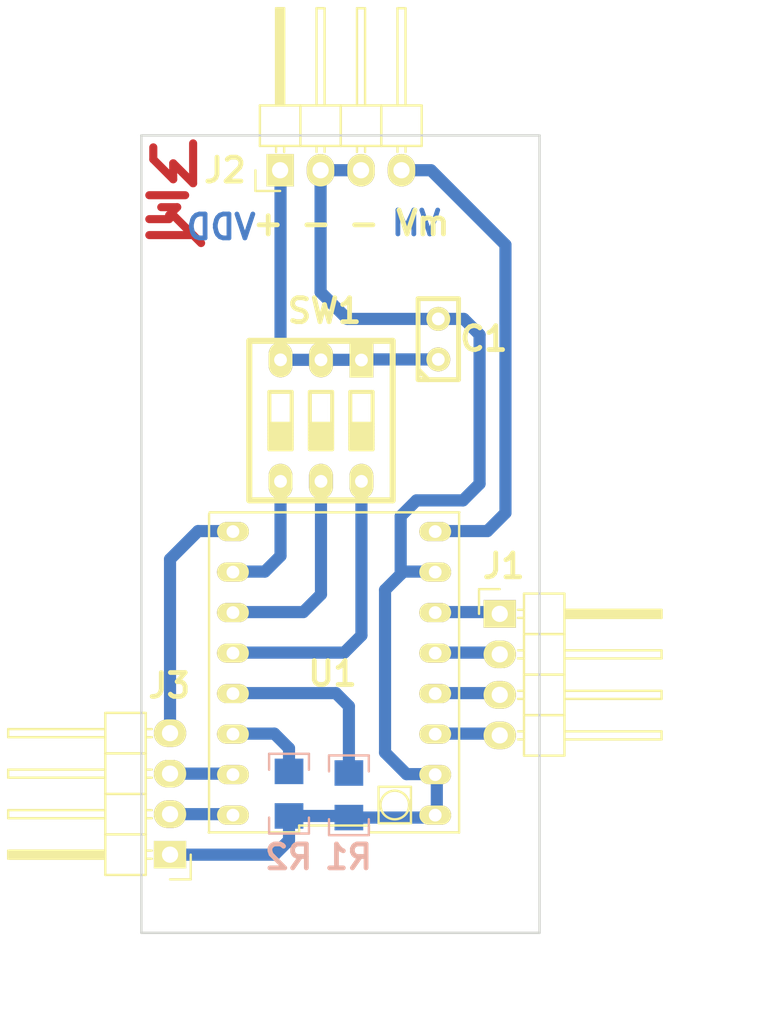
<source format=kicad_pcb>
(kicad_pcb (version 4) (host pcbnew 4.0.1-stable)

  (general
    (links 25)
    (no_connects 16)
    (area 114.924999 94.924999 140.075001 145.075001)
    (thickness 1.6)
    (drawings 9)
    (tracks 125)
    (zones 0)
    (modules 8)
    (nets 16)
  )

  (page A4)
  (layers
    (0 F.Cu signal)
    (31 B.Cu signal)
    (32 B.Adhes user)
    (33 F.Adhes user)
    (34 B.Paste user)
    (35 F.Paste user)
    (36 B.SilkS user)
    (37 F.SilkS user)
    (38 B.Mask user)
    (39 F.Mask user)
    (40 Dwgs.User user)
    (41 Cmts.User user)
    (42 Eco1.User user)
    (43 Eco2.User user)
    (44 Edge.Cuts user)
    (45 Margin user)
    (46 B.CrtYd user)
    (47 F.CrtYd user)
    (48 B.Fab user)
    (49 F.Fab user)
  )

  (setup
    (last_trace_width 0.508)
    (user_trace_width 0.381)
    (user_trace_width 0.508)
    (user_trace_width 0.635)
    (user_trace_width 0.762)
    (user_trace_width 1.016)
    (user_trace_width 1.524)
    (user_trace_width 2.032)
    (user_trace_width 2.54)
    (trace_clearance 0.508)
    (zone_clearance 0.508)
    (zone_45_only no)
    (trace_min 0.381)
    (segment_width 0.2)
    (edge_width 0.15)
    (via_size 0.6)
    (via_drill 0.4)
    (via_min_size 0.4)
    (via_min_drill 0.3)
    (uvia_size 0.3)
    (uvia_drill 0.1)
    (uvias_allowed no)
    (uvia_min_size 0.2)
    (uvia_min_drill 0.1)
    (pcb_text_width 0.3)
    (pcb_text_size 1.5 1.5)
    (mod_edge_width 0.15)
    (mod_text_size 1 1)
    (mod_text_width 0.15)
    (pad_size 1.524 1.524)
    (pad_drill 0.762)
    (pad_to_mask_clearance 0.2)
    (aux_axis_origin 0 0)
    (grid_origin 115 95)
    (visible_elements 7FFFFFFF)
    (pcbplotparams
      (layerselection 0x00000_80000000)
      (usegerberextensions false)
      (excludeedgelayer false)
      (linewidth 0.100000)
      (plotframeref false)
      (viasonmask false)
      (mode 1)
      (useauxorigin false)
      (hpglpennumber 1)
      (hpglpenspeed 20)
      (hpglpendiameter 15)
      (hpglpenoverlay 2)
      (psnegative false)
      (psa4output false)
      (plotreference true)
      (plotvalue true)
      (plotinvisibletext false)
      (padsonsilk false)
      (subtractmaskfromsilk false)
      (outputformat 5)
      (mirror false)
      (drillshape 1)
      (scaleselection 1)
      (outputdirectory ../../../../Desktop/))
  )

  (net 0 "")
  (net 1 /GND)
  (net 2 /VMOT)
  (net 3 /5V)
  (net 4 "Net-(J1-Pad1)")
  (net 5 "Net-(J1-Pad2)")
  (net 6 "Net-(J1-Pad3)")
  (net 7 "Net-(J1-Pad4)")
  (net 8 "Net-(J3-Pad2)")
  (net 9 "Net-(J3-Pad3)")
  (net 10 "Net-(J3-Pad4)")
  (net 11 "Net-(R1-Pad2)")
  (net 12 "Net-(R2-Pad2)")
  (net 13 "Net-(SW1-Pad4)")
  (net 14 "Net-(SW1-Pad5)")
  (net 15 "Net-(SW1-Pad6)")

  (net_class Default "Esta es la clase de red por defecto."
    (clearance 0.508)
    (trace_width 0.508)
    (via_dia 0.6)
    (via_drill 0.4)
    (uvia_dia 0.3)
    (uvia_drill 0.1)
    (add_net /5V)
    (add_net /GND)
    (add_net /VMOT)
    (add_net "Net-(J1-Pad1)")
    (add_net "Net-(J1-Pad2)")
    (add_net "Net-(J1-Pad3)")
    (add_net "Net-(J1-Pad4)")
    (add_net "Net-(J3-Pad2)")
    (add_net "Net-(J3-Pad3)")
    (add_net "Net-(J3-Pad4)")
    (add_net "Net-(R1-Pad2)")
    (add_net "Net-(R2-Pad2)")
    (add_net "Net-(SW1-Pad4)")
    (add_net "Net-(SW1-Pad5)")
    (add_net "Net-(SW1-Pad6)")
  )

  (module EESTN5:R_1206 (layer B.Cu) (tedit 5AB7903A) (tstamp 591101B8)
    (at 128.0302 136.3766 270)
    (descr "SMT resistor, 1206")
    (path /58FBA6F9)
    (fp_text reference R1 (at 3.8734 0.0302 360) (layer B.SilkS)
      (effects (font (size 1.5 1.5) (thickness 0.3)) (justify mirror))
    )
    (fp_text value 1K (at 0 -1.27 270) (layer B.SilkS) hide
      (effects (font (size 0.50038 0.50038) (thickness 0.11938)) (justify mirror))
    )
    (fp_line (start 1.5 1.25) (end 2.5 1.25) (layer B.SilkS) (width 0.15))
    (fp_line (start 1.5 -1.25) (end 2.5 -1.25) (layer B.SilkS) (width 0.15))
    (fp_line (start 2.5 -1.25) (end 2.5 1.25) (layer B.SilkS) (width 0.15))
    (fp_line (start -2.5 1.25) (end -2.5 -1.25) (layer B.SilkS) (width 0.15))
    (fp_line (start -2.5 -1.25) (end -1.5 -1.25) (layer B.SilkS) (width 0.15))
    (fp_line (start -1.5 1.25) (end -2.5 1.25) (layer B.SilkS) (width 0.15))
    (pad 1 smd rect (at 1.397 0 270) (size 1.6002 1.8034) (layers B.Cu B.Paste B.Mask)
      (net 1 /GND))
    (pad 2 smd rect (at -1.397 0 270) (size 1.6002 1.8034) (layers B.Cu B.Paste B.Mask)
      (net 11 "Net-(R1-Pad2)"))
    (model R_1206.wrl
      (at (xyz 0 0 0))
      (scale (xyz 1 1 1))
      (rotate (xyz 0 0 0))
    )
  )

  (module EESTN5:Dip_SW_3-300 (layer F.Cu) (tedit 5AB79011) (tstamp 591101C8)
    (at 126.2776 112.8816 180)
    (descr "Dip switch, DIL6 x 0,3\"")
    (tags DIP)
    (path /58FBA98A)
    (fp_text reference SW1 (at -0.2224 6.8816 180) (layer F.SilkS)
      (effects (font (size 1.5 1.5) (thickness 0.3)))
    )
    (fp_text value MICROPASOS (at 0 6.604 180) (layer F.SilkS) hide
      (effects (font (size 1.524 1.4986) (thickness 0.29718)))
    )
    (fp_line (start 4.50088 5.00126) (end -4.50088 5.00126) (layer F.SilkS) (width 0.381))
    (fp_line (start -4.50088 -5.00126) (end 4.50088 -5.00126) (layer F.SilkS) (width 0.381))
    (fp_line (start -1.83896 -1.80086) (end -3.24104 -1.80086) (layer F.SilkS) (width 0.254))
    (fp_line (start -1.83896 1.80086) (end -1.83896 -1.80086) (layer F.SilkS) (width 0.254))
    (fp_line (start -3.24104 1.80086) (end -1.83896 1.80086) (layer F.SilkS) (width 0.254))
    (fp_line (start -3.24104 -1.80086) (end -3.24104 1.80086) (layer F.SilkS) (width 0.254))
    (fp_line (start -3.24104 -0.20066) (end -1.83896 -0.20066) (layer F.SilkS) (width 0.254))
    (fp_line (start -3.24104 -0.40132) (end -1.83896 -0.40132) (layer F.SilkS) (width 0.254))
    (fp_line (start -3.24104 -0.8001) (end -1.83896 -0.8001) (layer F.SilkS) (width 0.254))
    (fp_line (start -3.24104 -0.59944) (end -1.83896 -0.59944) (layer F.SilkS) (width 0.254))
    (fp_line (start -3.24104 -1.39954) (end -1.83896 -1.39954) (layer F.SilkS) (width 0.254))
    (fp_line (start -3.24104 -1.6002) (end -1.83896 -1.6002) (layer F.SilkS) (width 0.254))
    (fp_line (start -3.24104 -1.20142) (end -1.83896 -1.20142) (layer F.SilkS) (width 0.254))
    (fp_line (start -3.24104 -1.00076) (end -1.83896 -1.00076) (layer F.SilkS) (width 0.254))
    (fp_line (start 0.70104 -1.80086) (end -0.70104 -1.80086) (layer F.SilkS) (width 0.254))
    (fp_line (start 0.70104 1.80086) (end 0.70104 -1.80086) (layer F.SilkS) (width 0.254))
    (fp_line (start -0.70104 1.80086) (end 0.70104 1.80086) (layer F.SilkS) (width 0.254))
    (fp_line (start -0.70104 -1.80086) (end -0.70104 1.80086) (layer F.SilkS) (width 0.254))
    (fp_line (start -0.70104 -0.20066) (end 0.70104 -0.20066) (layer F.SilkS) (width 0.254))
    (fp_line (start -0.70104 -0.40132) (end 0.70104 -0.40132) (layer F.SilkS) (width 0.254))
    (fp_line (start -0.70104 -0.8001) (end 0.70104 -0.8001) (layer F.SilkS) (width 0.254))
    (fp_line (start -0.70104 -0.59944) (end 0.70104 -0.59944) (layer F.SilkS) (width 0.254))
    (fp_line (start -0.70104 -1.39954) (end 0.70104 -1.39954) (layer F.SilkS) (width 0.254))
    (fp_line (start -0.70104 -1.6002) (end 0.70104 -1.6002) (layer F.SilkS) (width 0.254))
    (fp_line (start -0.70104 -1.20142) (end 0.70104 -1.20142) (layer F.SilkS) (width 0.254))
    (fp_line (start -0.70104 -1.00076) (end 0.70104 -1.00076) (layer F.SilkS) (width 0.254))
    (fp_line (start 1.83896 -1.00076) (end 3.24104 -1.00076) (layer F.SilkS) (width 0.254))
    (fp_line (start 1.83896 -1.20142) (end 3.24104 -1.20142) (layer F.SilkS) (width 0.254))
    (fp_line (start 1.83896 -1.6002) (end 3.24104 -1.6002) (layer F.SilkS) (width 0.254))
    (fp_line (start 1.83896 -1.39954) (end 3.24104 -1.39954) (layer F.SilkS) (width 0.254))
    (fp_line (start 1.83896 -0.59944) (end 3.24104 -0.59944) (layer F.SilkS) (width 0.254))
    (fp_line (start 1.83896 -0.8001) (end 3.24104 -0.8001) (layer F.SilkS) (width 0.254))
    (fp_line (start 1.83896 -0.40132) (end 3.24104 -0.40132) (layer F.SilkS) (width 0.254))
    (fp_line (start 1.83896 -0.20066) (end 3.24104 -0.20066) (layer F.SilkS) (width 0.254))
    (fp_line (start 1.83896 -1.80086) (end 1.83896 1.80086) (layer F.SilkS) (width 0.254))
    (fp_line (start 1.83896 1.80086) (end 3.24104 1.80086) (layer F.SilkS) (width 0.254))
    (fp_line (start 3.24104 1.80086) (end 3.24104 -1.80086) (layer F.SilkS) (width 0.254))
    (fp_line (start 3.24104 -1.80086) (end 1.83896 -1.80086) (layer F.SilkS) (width 0.254))
    (fp_line (start 4.50088 -4.99872) (end 4.50088 5.00126) (layer F.SilkS) (width 0.381))
    (fp_line (start -4.50088 5.00126) (end -4.50088 -5.00126) (layer F.SilkS) (width 0.381))
    (pad 1 thru_hole rect (at -2.54 3.7973 180) (size 1.4986 2.1971) (drill 0.8001) (layers *.Cu *.Mask F.SilkS)
      (net 3 /5V))
    (pad 2 thru_hole oval (at 0 3.81 180) (size 1.4986 2.1971) (drill 0.8001) (layers *.Cu *.Mask F.SilkS)
      (net 3 /5V))
    (pad 3 thru_hole oval (at 2.54 3.81 180) (size 1.4986 2.1971) (drill 0.8001) (layers *.Cu *.Mask F.SilkS)
      (net 3 /5V))
    (pad 4 thru_hole oval (at 2.54 -3.81 180) (size 1.4986 2.1971) (drill 0.8001) (layers *.Cu *.Mask F.SilkS)
      (net 13 "Net-(SW1-Pad4)"))
    (pad 5 thru_hole oval (at 0 -3.81 180) (size 1.4986 2.1971) (drill 0.8001) (layers *.Cu *.Mask F.SilkS)
      (net 14 "Net-(SW1-Pad5)"))
    (pad 6 thru_hole oval (at -2.54 -3.81 180) (size 1.4986 2.1971) (drill 0.8001) (layers *.Cu *.Mask F.SilkS)
      (net 15 "Net-(SW1-Pad6)"))
    (model Dip_3-300.wrl
      (at (xyz 0 0 0))
      (scale (xyz 1 1 1))
      (rotate (xyz 0 0 0))
    )
  )

  (module EESTN5:CAP_0.1 (layer F.Cu) (tedit 5AB79008) (tstamp 5911019A)
    (at 133.6436 107.7762 90)
    (descr "Small ceramic capacitor")
    (tags C)
    (path /58FBADC2)
    (fp_text reference C1 (at 0.0262 2.8564 180) (layer F.SilkS)
      (effects (font (size 1.5 1.5) (thickness 0.3)))
    )
    (fp_text value 10uF (at 0 -2.286 90) (layer F.SilkS) hide
      (effects (font (size 1.016 1.016) (thickness 0.2032)))
    )
    (fp_line (start -2.4892 -1.27) (end 2.54 -1.27) (layer F.SilkS) (width 0.3048))
    (fp_line (start 2.54 -1.27) (end 2.54 1.27) (layer F.SilkS) (width 0.3048))
    (fp_line (start 2.54 1.27) (end -2.54 1.27) (layer F.SilkS) (width 0.3048))
    (fp_line (start -2.54 1.27) (end -2.54 -1.27) (layer F.SilkS) (width 0.3048))
    (fp_line (start -2.54 -0.635) (end -1.905 -1.27) (layer F.SilkS) (width 0.3048))
    (pad 1 thru_hole circle (at -1.27 0 90) (size 1.50114 1.50114) (drill 0.8001) (layers *.Cu *.Mask F.SilkS)
      (net 3 /5V))
    (pad 2 thru_hole circle (at 1.27 0 90) (size 1.50114 1.50114) (drill 0.8001) (layers *.Cu *.Mask F.SilkS)
      (net 1 /GND))
    (model CAP_0.1.wrl
      (at (xyz 0 0 0))
      (scale (xyz 1 1 1))
      (rotate (xyz 0 0 0))
    )
  )

  (module EESTN5:HEADER-4H (layer F.Cu) (tedit 5AB7901D) (tstamp 591101A2)
    (at 137.5 125)
    (descr "Through hole pin header horizontal")
    (tags "pin header HEADER-4H")
    (path /58FBAB4B)
    (fp_text reference J1 (at 0.25 -3) (layer F.SilkS)
      (effects (font (size 1.5 1.5) (thickness 0.3)))
    )
    (fp_text value "Salida Motor" (at 1.5 3.75 90) (layer F.Fab)
      (effects (font (size 1 1) (thickness 0.15)))
    )
    (fp_line (start -1.5 -1.75) (end -1.5 9.4) (layer F.CrtYd) (width 0.05))
    (fp_line (start 10.65 -1.75) (end 10.65 9.4) (layer F.CrtYd) (width 0.05))
    (fp_line (start -1.5 -1.75) (end 10.65 -1.75) (layer F.CrtYd) (width 0.05))
    (fp_line (start -1.5 9.4) (end 10.65 9.4) (layer F.CrtYd) (width 0.05))
    (fp_line (start -1.3 -1.55) (end -1.3 0) (layer F.SilkS) (width 0.15))
    (fp_line (start 0 -1.55) (end -1.3 -1.55) (layer F.SilkS) (width 0.15))
    (fp_line (start 4.191 -0.127) (end 10.033 -0.127) (layer F.SilkS) (width 0.15))
    (fp_line (start 10.033 -0.127) (end 10.033 0.127) (layer F.SilkS) (width 0.15))
    (fp_line (start 10.033 0.127) (end 4.191 0.127) (layer F.SilkS) (width 0.15))
    (fp_line (start 4.191 0.127) (end 4.191 0) (layer F.SilkS) (width 0.15))
    (fp_line (start 4.191 0) (end 10.033 0) (layer F.SilkS) (width 0.15))
    (fp_line (start 1.524 -0.254) (end 1.143 -0.254) (layer F.SilkS) (width 0.15))
    (fp_line (start 1.524 0.254) (end 1.143 0.254) (layer F.SilkS) (width 0.15))
    (fp_line (start 1.524 2.286) (end 1.143 2.286) (layer F.SilkS) (width 0.15))
    (fp_line (start 1.524 2.794) (end 1.143 2.794) (layer F.SilkS) (width 0.15))
    (fp_line (start 1.524 4.826) (end 1.143 4.826) (layer F.SilkS) (width 0.15))
    (fp_line (start 1.524 5.334) (end 1.143 5.334) (layer F.SilkS) (width 0.15))
    (fp_line (start 1.524 7.874) (end 1.143 7.874) (layer F.SilkS) (width 0.15))
    (fp_line (start 1.524 7.366) (end 1.143 7.366) (layer F.SilkS) (width 0.15))
    (fp_line (start 1.524 -1.27) (end 4.064 -1.27) (layer F.SilkS) (width 0.15))
    (fp_line (start 1.524 1.27) (end 4.064 1.27) (layer F.SilkS) (width 0.15))
    (fp_line (start 1.524 1.27) (end 1.524 3.81) (layer F.SilkS) (width 0.15))
    (fp_line (start 1.524 3.81) (end 4.064 3.81) (layer F.SilkS) (width 0.15))
    (fp_line (start 4.064 2.286) (end 10.16 2.286) (layer F.SilkS) (width 0.15))
    (fp_line (start 10.16 2.286) (end 10.16 2.794) (layer F.SilkS) (width 0.15))
    (fp_line (start 10.16 2.794) (end 4.064 2.794) (layer F.SilkS) (width 0.15))
    (fp_line (start 4.064 3.81) (end 4.064 1.27) (layer F.SilkS) (width 0.15))
    (fp_line (start 4.064 1.27) (end 4.064 -1.27) (layer F.SilkS) (width 0.15))
    (fp_line (start 10.16 0.254) (end 4.064 0.254) (layer F.SilkS) (width 0.15))
    (fp_line (start 10.16 -0.254) (end 10.16 0.254) (layer F.SilkS) (width 0.15))
    (fp_line (start 4.064 -0.254) (end 10.16 -0.254) (layer F.SilkS) (width 0.15))
    (fp_line (start 1.524 1.27) (end 4.064 1.27) (layer F.SilkS) (width 0.15))
    (fp_line (start 1.524 -1.27) (end 1.524 1.27) (layer F.SilkS) (width 0.15))
    (fp_line (start 1.524 6.35) (end 4.064 6.35) (layer F.SilkS) (width 0.15))
    (fp_line (start 1.524 6.35) (end 1.524 8.89) (layer F.SilkS) (width 0.15))
    (fp_line (start 1.524 8.89) (end 4.064 8.89) (layer F.SilkS) (width 0.15))
    (fp_line (start 4.064 7.366) (end 10.16 7.366) (layer F.SilkS) (width 0.15))
    (fp_line (start 10.16 7.366) (end 10.16 7.874) (layer F.SilkS) (width 0.15))
    (fp_line (start 10.16 7.874) (end 4.064 7.874) (layer F.SilkS) (width 0.15))
    (fp_line (start 4.064 8.89) (end 4.064 6.35) (layer F.SilkS) (width 0.15))
    (fp_line (start 4.064 6.35) (end 4.064 3.81) (layer F.SilkS) (width 0.15))
    (fp_line (start 10.16 5.334) (end 4.064 5.334) (layer F.SilkS) (width 0.15))
    (fp_line (start 10.16 4.826) (end 10.16 5.334) (layer F.SilkS) (width 0.15))
    (fp_line (start 4.064 4.826) (end 10.16 4.826) (layer F.SilkS) (width 0.15))
    (fp_line (start 1.524 6.35) (end 4.064 6.35) (layer F.SilkS) (width 0.15))
    (fp_line (start 1.524 3.81) (end 1.524 6.35) (layer F.SilkS) (width 0.15))
    (fp_line (start 1.524 3.81) (end 4.064 3.81) (layer F.SilkS) (width 0.15))
    (pad 1 thru_hole rect (at 0 0) (size 2.032 1.7272) (drill 1.016) (layers *.Cu *.Mask F.SilkS)
      (net 4 "Net-(J1-Pad1)"))
    (pad 2 thru_hole oval (at 0 2.54) (size 2.032 1.7272) (drill 1.016) (layers *.Cu *.Mask F.SilkS)
      (net 5 "Net-(J1-Pad2)"))
    (pad 3 thru_hole oval (at 0 5.08) (size 2.032 1.7272) (drill 1.016) (layers *.Cu *.Mask F.SilkS)
      (net 6 "Net-(J1-Pad3)"))
    (pad 4 thru_hole oval (at 0 7.62) (size 2.032 1.7272) (drill 1.016) (layers *.Cu *.Mask F.SilkS)
      (net 7 "Net-(J1-Pad4)"))
    (model Pin_Header_Angled_1x04.wrl
      (at (xyz 0 -0.15 0))
      (scale (xyz 1 1 1))
      (rotate (xyz 0 0 90))
    )
  )

  (module EESTN5:HEADER-4H (layer F.Cu) (tedit 5AB7A96E) (tstamp 591101AA)
    (at 123.7122 97.1844 90)
    (descr "Through hole pin header horizontal")
    (tags "pin header HEADER-4H")
    (path /58FBAC3C)
    (fp_text reference J2 (at 0 -3.4622 180) (layer F.SilkS)
      (effects (font (size 1.5 1.5) (thickness 0.3)))
    )
    (fp_text value ALIMENTACIÓN (at -5.0656 4.0378 180) (layer F.Fab)
      (effects (font (size 1 1) (thickness 0.15)))
    )
    (fp_line (start -1.5 -1.75) (end -1.5 9.4) (layer F.CrtYd) (width 0.05))
    (fp_line (start 10.65 -1.75) (end 10.65 9.4) (layer F.CrtYd) (width 0.05))
    (fp_line (start -1.5 -1.75) (end 10.65 -1.75) (layer F.CrtYd) (width 0.05))
    (fp_line (start -1.5 9.4) (end 10.65 9.4) (layer F.CrtYd) (width 0.05))
    (fp_line (start -1.3 -1.55) (end -1.3 0) (layer F.SilkS) (width 0.15))
    (fp_line (start 0 -1.55) (end -1.3 -1.55) (layer F.SilkS) (width 0.15))
    (fp_line (start 4.191 -0.127) (end 10.033 -0.127) (layer F.SilkS) (width 0.15))
    (fp_line (start 10.033 -0.127) (end 10.033 0.127) (layer F.SilkS) (width 0.15))
    (fp_line (start 10.033 0.127) (end 4.191 0.127) (layer F.SilkS) (width 0.15))
    (fp_line (start 4.191 0.127) (end 4.191 0) (layer F.SilkS) (width 0.15))
    (fp_line (start 4.191 0) (end 10.033 0) (layer F.SilkS) (width 0.15))
    (fp_line (start 1.524 -0.254) (end 1.143 -0.254) (layer F.SilkS) (width 0.15))
    (fp_line (start 1.524 0.254) (end 1.143 0.254) (layer F.SilkS) (width 0.15))
    (fp_line (start 1.524 2.286) (end 1.143 2.286) (layer F.SilkS) (width 0.15))
    (fp_line (start 1.524 2.794) (end 1.143 2.794) (layer F.SilkS) (width 0.15))
    (fp_line (start 1.524 4.826) (end 1.143 4.826) (layer F.SilkS) (width 0.15))
    (fp_line (start 1.524 5.334) (end 1.143 5.334) (layer F.SilkS) (width 0.15))
    (fp_line (start 1.524 7.874) (end 1.143 7.874) (layer F.SilkS) (width 0.15))
    (fp_line (start 1.524 7.366) (end 1.143 7.366) (layer F.SilkS) (width 0.15))
    (fp_line (start 1.524 -1.27) (end 4.064 -1.27) (layer F.SilkS) (width 0.15))
    (fp_line (start 1.524 1.27) (end 4.064 1.27) (layer F.SilkS) (width 0.15))
    (fp_line (start 1.524 1.27) (end 1.524 3.81) (layer F.SilkS) (width 0.15))
    (fp_line (start 1.524 3.81) (end 4.064 3.81) (layer F.SilkS) (width 0.15))
    (fp_line (start 4.064 2.286) (end 10.16 2.286) (layer F.SilkS) (width 0.15))
    (fp_line (start 10.16 2.286) (end 10.16 2.794) (layer F.SilkS) (width 0.15))
    (fp_line (start 10.16 2.794) (end 4.064 2.794) (layer F.SilkS) (width 0.15))
    (fp_line (start 4.064 3.81) (end 4.064 1.27) (layer F.SilkS) (width 0.15))
    (fp_line (start 4.064 1.27) (end 4.064 -1.27) (layer F.SilkS) (width 0.15))
    (fp_line (start 10.16 0.254) (end 4.064 0.254) (layer F.SilkS) (width 0.15))
    (fp_line (start 10.16 -0.254) (end 10.16 0.254) (layer F.SilkS) (width 0.15))
    (fp_line (start 4.064 -0.254) (end 10.16 -0.254) (layer F.SilkS) (width 0.15))
    (fp_line (start 1.524 1.27) (end 4.064 1.27) (layer F.SilkS) (width 0.15))
    (fp_line (start 1.524 -1.27) (end 1.524 1.27) (layer F.SilkS) (width 0.15))
    (fp_line (start 1.524 6.35) (end 4.064 6.35) (layer F.SilkS) (width 0.15))
    (fp_line (start 1.524 6.35) (end 1.524 8.89) (layer F.SilkS) (width 0.15))
    (fp_line (start 1.524 8.89) (end 4.064 8.89) (layer F.SilkS) (width 0.15))
    (fp_line (start 4.064 7.366) (end 10.16 7.366) (layer F.SilkS) (width 0.15))
    (fp_line (start 10.16 7.366) (end 10.16 7.874) (layer F.SilkS) (width 0.15))
    (fp_line (start 10.16 7.874) (end 4.064 7.874) (layer F.SilkS) (width 0.15))
    (fp_line (start 4.064 8.89) (end 4.064 6.35) (layer F.SilkS) (width 0.15))
    (fp_line (start 4.064 6.35) (end 4.064 3.81) (layer F.SilkS) (width 0.15))
    (fp_line (start 10.16 5.334) (end 4.064 5.334) (layer F.SilkS) (width 0.15))
    (fp_line (start 10.16 4.826) (end 10.16 5.334) (layer F.SilkS) (width 0.15))
    (fp_line (start 4.064 4.826) (end 10.16 4.826) (layer F.SilkS) (width 0.15))
    (fp_line (start 1.524 6.35) (end 4.064 6.35) (layer F.SilkS) (width 0.15))
    (fp_line (start 1.524 3.81) (end 1.524 6.35) (layer F.SilkS) (width 0.15))
    (fp_line (start 1.524 3.81) (end 4.064 3.81) (layer F.SilkS) (width 0.15))
    (pad 1 thru_hole rect (at 0 0 90) (size 2.032 1.7272) (drill 1.016) (layers *.Cu *.Mask F.SilkS)
      (net 3 /5V))
    (pad 2 thru_hole oval (at 0 2.54 90) (size 2.032 1.7272) (drill 1.016) (layers *.Cu *.Mask F.SilkS)
      (net 1 /GND))
    (pad 3 thru_hole oval (at 0 5.08 90) (size 2.032 1.7272) (drill 1.016) (layers *.Cu *.Mask F.SilkS)
      (net 1 /GND))
    (pad 4 thru_hole oval (at 0 7.62 90) (size 2.032 1.7272) (drill 1.016) (layers *.Cu *.Mask F.SilkS)
      (net 2 /VMOT))
    (model Pin_Header_Angled_1x04.wrl
      (at (xyz 0 -0.15 0))
      (scale (xyz 1 1 1))
      (rotate (xyz 0 0 90))
    )
  )

  (module EESTN5:HEADER-4H (layer F.Cu) (tedit 5AB7905B) (tstamp 591101B2)
    (at 116.8 140.1 180)
    (descr "Through hole pin header horizontal")
    (tags "pin header HEADER-4H")
    (path /58FBA8C7)
    (fp_text reference J3 (at 0.05 10.6 180) (layer F.SilkS)
      (effects (font (size 1.5 1.5) (thickness 0.3)))
    )
    (fp_text value ENTRADAS (at -2.45 -3.1 180) (layer F.Fab)
      (effects (font (size 1 1) (thickness 0.15)))
    )
    (fp_line (start -1.5 -1.75) (end -1.5 9.4) (layer F.CrtYd) (width 0.05))
    (fp_line (start 10.65 -1.75) (end 10.65 9.4) (layer F.CrtYd) (width 0.05))
    (fp_line (start -1.5 -1.75) (end 10.65 -1.75) (layer F.CrtYd) (width 0.05))
    (fp_line (start -1.5 9.4) (end 10.65 9.4) (layer F.CrtYd) (width 0.05))
    (fp_line (start -1.3 -1.55) (end -1.3 0) (layer F.SilkS) (width 0.15))
    (fp_line (start 0 -1.55) (end -1.3 -1.55) (layer F.SilkS) (width 0.15))
    (fp_line (start 4.191 -0.127) (end 10.033 -0.127) (layer F.SilkS) (width 0.15))
    (fp_line (start 10.033 -0.127) (end 10.033 0.127) (layer F.SilkS) (width 0.15))
    (fp_line (start 10.033 0.127) (end 4.191 0.127) (layer F.SilkS) (width 0.15))
    (fp_line (start 4.191 0.127) (end 4.191 0) (layer F.SilkS) (width 0.15))
    (fp_line (start 4.191 0) (end 10.033 0) (layer F.SilkS) (width 0.15))
    (fp_line (start 1.524 -0.254) (end 1.143 -0.254) (layer F.SilkS) (width 0.15))
    (fp_line (start 1.524 0.254) (end 1.143 0.254) (layer F.SilkS) (width 0.15))
    (fp_line (start 1.524 2.286) (end 1.143 2.286) (layer F.SilkS) (width 0.15))
    (fp_line (start 1.524 2.794) (end 1.143 2.794) (layer F.SilkS) (width 0.15))
    (fp_line (start 1.524 4.826) (end 1.143 4.826) (layer F.SilkS) (width 0.15))
    (fp_line (start 1.524 5.334) (end 1.143 5.334) (layer F.SilkS) (width 0.15))
    (fp_line (start 1.524 7.874) (end 1.143 7.874) (layer F.SilkS) (width 0.15))
    (fp_line (start 1.524 7.366) (end 1.143 7.366) (layer F.SilkS) (width 0.15))
    (fp_line (start 1.524 -1.27) (end 4.064 -1.27) (layer F.SilkS) (width 0.15))
    (fp_line (start 1.524 1.27) (end 4.064 1.27) (layer F.SilkS) (width 0.15))
    (fp_line (start 1.524 1.27) (end 1.524 3.81) (layer F.SilkS) (width 0.15))
    (fp_line (start 1.524 3.81) (end 4.064 3.81) (layer F.SilkS) (width 0.15))
    (fp_line (start 4.064 2.286) (end 10.16 2.286) (layer F.SilkS) (width 0.15))
    (fp_line (start 10.16 2.286) (end 10.16 2.794) (layer F.SilkS) (width 0.15))
    (fp_line (start 10.16 2.794) (end 4.064 2.794) (layer F.SilkS) (width 0.15))
    (fp_line (start 4.064 3.81) (end 4.064 1.27) (layer F.SilkS) (width 0.15))
    (fp_line (start 4.064 1.27) (end 4.064 -1.27) (layer F.SilkS) (width 0.15))
    (fp_line (start 10.16 0.254) (end 4.064 0.254) (layer F.SilkS) (width 0.15))
    (fp_line (start 10.16 -0.254) (end 10.16 0.254) (layer F.SilkS) (width 0.15))
    (fp_line (start 4.064 -0.254) (end 10.16 -0.254) (layer F.SilkS) (width 0.15))
    (fp_line (start 1.524 1.27) (end 4.064 1.27) (layer F.SilkS) (width 0.15))
    (fp_line (start 1.524 -1.27) (end 1.524 1.27) (layer F.SilkS) (width 0.15))
    (fp_line (start 1.524 6.35) (end 4.064 6.35) (layer F.SilkS) (width 0.15))
    (fp_line (start 1.524 6.35) (end 1.524 8.89) (layer F.SilkS) (width 0.15))
    (fp_line (start 1.524 8.89) (end 4.064 8.89) (layer F.SilkS) (width 0.15))
    (fp_line (start 4.064 7.366) (end 10.16 7.366) (layer F.SilkS) (width 0.15))
    (fp_line (start 10.16 7.366) (end 10.16 7.874) (layer F.SilkS) (width 0.15))
    (fp_line (start 10.16 7.874) (end 4.064 7.874) (layer F.SilkS) (width 0.15))
    (fp_line (start 4.064 8.89) (end 4.064 6.35) (layer F.SilkS) (width 0.15))
    (fp_line (start 4.064 6.35) (end 4.064 3.81) (layer F.SilkS) (width 0.15))
    (fp_line (start 10.16 5.334) (end 4.064 5.334) (layer F.SilkS) (width 0.15))
    (fp_line (start 10.16 4.826) (end 10.16 5.334) (layer F.SilkS) (width 0.15))
    (fp_line (start 4.064 4.826) (end 10.16 4.826) (layer F.SilkS) (width 0.15))
    (fp_line (start 1.524 6.35) (end 4.064 6.35) (layer F.SilkS) (width 0.15))
    (fp_line (start 1.524 3.81) (end 1.524 6.35) (layer F.SilkS) (width 0.15))
    (fp_line (start 1.524 3.81) (end 4.064 3.81) (layer F.SilkS) (width 0.15))
    (pad 1 thru_hole rect (at 0 0 180) (size 2.032 1.7272) (drill 1.016) (layers *.Cu *.Mask F.SilkS)
      (net 1 /GND))
    (pad 2 thru_hole oval (at 0 2.54 180) (size 2.032 1.7272) (drill 1.016) (layers *.Cu *.Mask F.SilkS)
      (net 8 "Net-(J3-Pad2)"))
    (pad 3 thru_hole oval (at 0 5.08 180) (size 2.032 1.7272) (drill 1.016) (layers *.Cu *.Mask F.SilkS)
      (net 9 "Net-(J3-Pad3)"))
    (pad 4 thru_hole oval (at 0 7.62 180) (size 2.032 1.7272) (drill 1.016) (layers *.Cu *.Mask F.SilkS)
      (net 10 "Net-(J3-Pad4)"))
    (model Pin_Header_Angled_1x04.wrl
      (at (xyz 0 -0.15 0))
      (scale (xyz 1 1 1))
      (rotate (xyz 0 0 90))
    )
  )

  (module EESTN5:R_1206 (layer B.Cu) (tedit 5AB79049) (tstamp 591101BE)
    (at 124.271 136.275 270)
    (descr "SMT resistor, 1206")
    (path /58FBA77D)
    (fp_text reference R2 (at 3.975 0.021 360) (layer B.SilkS)
      (effects (font (size 1.5 1.5) (thickness 0.3)) (justify mirror))
    )
    (fp_text value 1K (at 0 -1.27 270) (layer B.SilkS) hide
      (effects (font (size 0.50038 0.50038) (thickness 0.11938)) (justify mirror))
    )
    (fp_line (start 1.5 1.25) (end 2.5 1.25) (layer B.SilkS) (width 0.15))
    (fp_line (start 1.5 -1.25) (end 2.5 -1.25) (layer B.SilkS) (width 0.15))
    (fp_line (start 2.5 -1.25) (end 2.5 1.25) (layer B.SilkS) (width 0.15))
    (fp_line (start -2.5 1.25) (end -2.5 -1.25) (layer B.SilkS) (width 0.15))
    (fp_line (start -2.5 -1.25) (end -1.5 -1.25) (layer B.SilkS) (width 0.15))
    (fp_line (start -1.5 1.25) (end -2.5 1.25) (layer B.SilkS) (width 0.15))
    (pad 1 smd rect (at 1.397 0 270) (size 1.6002 1.8034) (layers B.Cu B.Paste B.Mask)
      (net 1 /GND))
    (pad 2 smd rect (at -1.397 0 270) (size 1.6002 1.8034) (layers B.Cu B.Paste B.Mask)
      (net 12 "Net-(R2-Pad2)"))
    (model R_1206.wrl
      (at (xyz 0 0 0))
      (scale (xyz 1 1 1))
      (rotate (xyz 0 0 0))
    )
  )

  (module EESTN5:DRV8825 (layer F.Cu) (tedit 5AB7902B) (tstamp 5AB78FAA)
    (at 127.1 128.73 90)
    (descr "Modulo DRV8825-A4988")
    (path /58FBA7C0)
    (fp_text reference U1 (at -0.02 -0.1 180) (layer F.SilkS)
      (effects (font (size 1.5 1.5) (thickness 0.3)))
    )
    (fp_text value Pololu_Breakout_A4988 (at 0 0 90) (layer F.Fab) hide
      (effects (font (size 1.2 1.2) (thickness 0.15)))
    )
    (fp_line (start -9.398 2.794) (end -7.112 2.794) (layer F.SilkS) (width 0.15))
    (fp_line (start -7.112 2.794) (end -7.112 4.826) (layer F.SilkS) (width 0.15))
    (fp_line (start -7.112 4.826) (end -9.398 4.826) (layer F.SilkS) (width 0.15))
    (fp_line (start -9.398 4.826) (end -9.398 2.794) (layer F.SilkS) (width 0.15))
    (fp_circle (center -8.255 3.81) (end -7.62 3.175) (layer F.SilkS) (width 0.15))
    (fp_line (start 10.0965 -7.8105) (end 10.0965 7.874) (layer F.SilkS) (width 0.15))
    (fp_line (start -9.9695 2.2225) (end -9.9695 7.8105) (layer F.SilkS) (width 0.15))
    (fp_line (start -9.9695 -2.2225) (end -9.9695 -7.874) (layer F.SilkS) (width 0.15))
    (fp_line (start -9.99 7.849999) (end 9.99 7.85) (layer F.SilkS) (width 0.15))
    (fp_line (start 9.99 -7.849999) (end -9.99 -7.85) (layer F.SilkS) (width 0.15))
    (fp_line (start -9.99 -2.193333) (end -9.54 -2.193333) (layer F.SilkS) (width 0.15))
    (fp_line (start -9.54 -2.193333) (end -9.54 2.193333) (layer F.SilkS) (width 0.15))
    (fp_line (start -9.54 2.193333) (end -9.99 2.193333) (layer F.SilkS) (width 0.15))
    (pad 16 thru_hole oval (at -8.89 -6.35 90) (size 1.2 2) (drill 0.8) (layers *.Cu *.Mask F.SilkS)
      (net 8 "Net-(J3-Pad2)"))
    (pad 1 thru_hole oval (at -8.89 6.35 90) (size 1.2 2) (drill 0.8) (layers *.Cu *.Mask F.SilkS)
      (net 1 /GND))
    (pad 15 thru_hole oval (at -6.35 -6.35 90) (size 1.2 2) (drill 0.8) (layers *.Cu *.Mask F.SilkS)
      (net 9 "Net-(J3-Pad3)"))
    (pad 2 thru_hole oval (at -6.35 6.35 90) (size 1.2 2) (drill 0.8) (layers *.Cu *.Mask F.SilkS)
      (net 1 /GND))
    (pad 14 thru_hole oval (at -3.81 -6.35 90) (size 1.2 2) (drill 0.8) (layers *.Cu *.Mask F.SilkS)
      (net 12 "Net-(R2-Pad2)"))
    (pad 3 thru_hole oval (at -3.81 6.35 90) (size 1.2 2) (drill 0.8) (layers *.Cu *.Mask F.SilkS)
      (net 7 "Net-(J1-Pad4)"))
    (pad 13 thru_hole oval (at -1.27 -6.35 90) (size 1.2 2) (drill 0.8) (layers *.Cu *.Mask F.SilkS)
      (net 11 "Net-(R1-Pad2)"))
    (pad 4 thru_hole oval (at -1.27 6.35 90) (size 1.2 2) (drill 0.8) (layers *.Cu *.Mask F.SilkS)
      (net 6 "Net-(J1-Pad3)"))
    (pad 12 thru_hole oval (at 1.27 -6.35 90) (size 1.2 2) (drill 0.8) (layers *.Cu *.Mask F.SilkS)
      (net 15 "Net-(SW1-Pad6)"))
    (pad 5 thru_hole oval (at 1.27 6.35 90) (size 1.2 2) (drill 0.8) (layers *.Cu *.Mask F.SilkS)
      (net 5 "Net-(J1-Pad2)"))
    (pad 11 thru_hole oval (at 3.81 -6.35 90) (size 1.2 2) (drill 0.8) (layers *.Cu *.Mask F.SilkS)
      (net 14 "Net-(SW1-Pad5)"))
    (pad 6 thru_hole oval (at 3.81 6.35 90) (size 1.2 2) (drill 0.8) (layers *.Cu *.Mask F.SilkS)
      (net 4 "Net-(J1-Pad1)"))
    (pad 10 thru_hole oval (at 6.35 -6.35 90) (size 1.2 2) (drill 0.8) (layers *.Cu *.Mask F.SilkS)
      (net 13 "Net-(SW1-Pad4)"))
    (pad 7 thru_hole oval (at 6.35 6.35 90) (size 1.2 2) (drill 0.8) (layers *.Cu *.Mask F.SilkS)
      (net 1 /GND))
    (pad 9 thru_hole oval (at 8.89 -6.35 90) (size 1.2 2) (drill 0.8) (layers *.Cu *.Mask F.SilkS)
      (net 10 "Net-(J3-Pad4)"))
    (pad 8 thru_hole oval (at 8.89 6.35 90) (size 1.2 2) (drill 0.8) (layers *.Cu *.Mask F.SilkS)
      (net 2 /VMOT))
    (model A4988.wrl
      (at (xyz -0.4 0.3 0.375))
      (scale (xyz 0.393701 0.393701 0.393701))
      (rotate (xyz 0 0 90))
    )
    (model pin_strip_8.wrl
      (at (xyz 0 0.25 0.375))
      (scale (xyz 1 1 1))
      (rotate (xyz 180 0 0))
    )
    (model pin_strip_8.wrl
      (at (xyz 0 -0.25 0.375))
      (scale (xyz 1 1 1))
      (rotate (xyz 180 0 0))
    )
    (model pin_socket_8.wrl
      (at (xyz 0 0.25 0))
      (scale (xyz 1 1 1))
      (rotate (xyz 0 0 0))
    )
    (model pin_socket_8.wrl
      (at (xyz 0 -0.25 0))
      (scale (xyz 1 1 1))
      (rotate (xyz 0 0 0))
    )
  )

  (gr_text VDD (at 120 100.75) (layer B.Cu)
    (effects (font (size 1.5 1.5) (thickness 0.3)) (justify mirror))
  )
  (gr_text VM (at 132.25 100.5) (layer B.Cu)
    (effects (font (size 1.5 1.5) (thickness 0.3)) (justify mirror))
  )
  (gr_text "+ - - Vm " (at 128.75 100.5) (layer F.SilkS)
    (effects (font (size 1.5 1.5) (thickness 0.3)))
  )
  (dimension 50 (width 0.3) (layer Dwgs.User)
    (gr_text 50,000mm (at 151.35 120 90) (layer Dwgs.User)
      (effects (font (size 1.5 1.5) (thickness 0.3)))
    )
    (feature1 (pts (xy 140 95) (xy 152.7 95)))
    (feature2 (pts (xy 140 145) (xy 152.7 145)))
    (crossbar (pts (xy 150 145) (xy 150 95)))
    (arrow1a (pts (xy 150 95) (xy 150.586421 96.126504)))
    (arrow1b (pts (xy 150 95) (xy 149.413579 96.126504)))
    (arrow2a (pts (xy 150 145) (xy 150.586421 143.873496)))
    (arrow2b (pts (xy 150 145) (xy 149.413579 143.873496)))
  )
  (dimension 25 (width 0.3) (layer Dwgs.User)
    (gr_text 25,000mm (at 127.5 152) (layer Dwgs.User)
      (effects (font (size 1.5 1.5) (thickness 0.3)))
    )
    (feature1 (pts (xy 140 145) (xy 140 150)))
    (feature2 (pts (xy 115 145) (xy 115 150)))
    (crossbar (pts (xy 115 150) (xy 140 150)))
    (arrow1a (pts (xy 140 150) (xy 138.873496 150.586421)))
    (arrow1b (pts (xy 140 150) (xy 138.873496 149.413579)))
    (arrow2a (pts (xy 115 150) (xy 116.126504 150.586421)))
    (arrow2b (pts (xy 115 150) (xy 116.126504 149.413579)))
  )
  (gr_line (start 115 145) (end 140 145) (angle 90) (layer Edge.Cuts) (width 0.15))
  (gr_line (start 140 95) (end 140 145) (angle 90) (layer Edge.Cuts) (width 0.15))
  (gr_line (start 115 95) (end 140 95) (angle 90) (layer Edge.Cuts) (width 0.15))
  (gr_line (start 115 145) (end 115 95) (angle 90) (layer Edge.Cuts) (width 0.15))

  (segment (start 116.25 99.5) (end 117.25 99.5) (width 0.508) (layer F.Cu) (net 0))
  (segment (start 117.25 99.5) (end 116.75 100) (width 0.508) (layer F.Cu) (net 0) (tstamp 59327C5B))
  (segment (start 116.75 100) (end 117 100) (width 0.508) (layer F.Cu) (net 0) (tstamp 59327C5C))
  (segment (start 117 100) (end 118.75 101.75) (width 0.508) (layer F.Cu) (net 0) (tstamp 59327C5D))
  (segment (start 115.5 101.25) (end 118.25 101.25) (width 0.508) (layer F.Cu) (net 0))
  (segment (start 115.5 100.25) (end 116.75 100.25) (width 0.508) (layer F.Cu) (net 0))
  (segment (start 117.75 98.75) (end 115.5 98.75) (width 0.508) (layer F.Cu) (net 0))
  (segment (start 118.25 95.5) (end 118.25 98) (width 0.508) (layer F.Cu) (net 0))
  (segment (start 118.25 98) (end 117 96.75) (width 0.508) (layer F.Cu) (net 0) (tstamp 59327C38))
  (segment (start 117 96.75) (end 117 97.75) (width 0.508) (layer F.Cu) (net 0) (tstamp 59327C39))
  (segment (start 117 97.75) (end 115.75 96.5) (width 0.508) (layer F.Cu) (net 0) (tstamp 59327C3A))
  (segment (start 115.75 96.5) (end 115.75 95.75) (width 0.508) (layer F.Cu) (net 0) (tstamp 59327C3B))
  (segment (start 126.2522 97.1844) (end 128.7922 97.1844) (width 0.762) (layer B.Cu) (net 1))
  (segment (start 133.6436 106.5062) (end 127.9286 106.5062) (width 0.762) (layer B.Cu) (net 1))
  (segment (start 127.9286 106.5062) (end 126.2522 104.8298) (width 0.762) (layer B.Cu) (net 1) (tstamp 59327B55))
  (segment (start 126.2522 104.8298) (end 126.2522 97.1844) (width 0.762) (layer B.Cu) (net 1) (tstamp 59327B56))
  (segment (start 133.6436 106.5062) (end 135.2438 106.5062) (width 0.762) (layer B.Cu) (net 1))
  (segment (start 136.234398 107.496798) (end 136.234398 116.844002) (width 0.762) (layer B.Cu) (net 1) (tstamp 59327B45))
  (segment (start 135.2438 106.5062) (end 136.234398 107.496798) (width 0.762) (layer B.Cu) (net 1) (tstamp 59327B44))
  (segment (start 132.272 117.8854) (end 131.2814 118.876) (width 0.762) (layer B.Cu) (net 1) (tstamp 59327B48))
  (segment (start 131.2814 118.876) (end 131.2814 122.5186) (width 0.762) (layer B.Cu) (net 1) (tstamp 59327B49))
  (segment (start 136.234398 116.844002) (end 135.193 117.8854) (width 0.762) (layer B.Cu) (net 1) (tstamp 59327B46))
  (segment (start 135.193 117.8854) (end 132.272 117.8854) (width 0.762) (layer B.Cu) (net 1) (tstamp 59327B47))
  (segment (start 133.55 135.05) (end 131.65 135.05) (width 0.762) (layer B.Cu) (net 1))
  (segment (start 131.65 135.05) (end 130.3 133.7) (width 0.762) (layer B.Cu) (net 1) (tstamp 59327B33))
  (segment (start 130.3 133.7) (end 130.3 123.5) (width 0.762) (layer B.Cu) (net 1) (tstamp 59327B34))
  (segment (start 130.3 123.5) (end 131.2814 122.5186) (width 0.762) (layer B.Cu) (net 1) (tstamp 59327B35))
  (segment (start 131.2814 122.5186) (end 131.45 122.35) (width 0.762) (layer B.Cu) (net 1) (tstamp 59327B4C))
  (segment (start 131.45 122.35) (end 133.55 122.35) (width 0.762) (layer B.Cu) (net 1) (tstamp 59327B36))
  (segment (start 133.55 135.05) (end 133.55 137.59) (width 0.762) (layer B.Cu) (net 1))
  (segment (start 116.8 140.1) (end 123.367 140.1) (width 0.762) (layer B.Cu) (net 1))
  (segment (start 123.367 140.1) (end 124.271 139.196) (width 0.762) (layer B.Cu) (net 1) (tstamp 59327B2D))
  (segment (start 124.271 139.196) (end 124.271 137.672) (width 0.762) (layer B.Cu) (net 1) (tstamp 59327B2E))
  (segment (start 128.0302 137.7736) (end 133.3664 137.7736) (width 0.762) (layer B.Cu) (net 1))
  (segment (start 133.3664 137.7736) (end 133.55 137.59) (width 0.762) (layer B.Cu) (net 1) (tstamp 59327B22))
  (segment (start 124.271 137.672) (end 127.9286 137.672) (width 0.762) (layer B.Cu) (net 1))
  (segment (start 127.9286 137.672) (end 128.0302 137.7736) (width 0.762) (layer B.Cu) (net 1) (tstamp 59327B1D))
  (segment (start 133.3664 137.7736) (end 133.55 137.59) (width 0.762) (layer B.Cu) (net 1) (tstamp 59327B1A))
  (segment (start 136.234398 116.844002) (end 135.193 117.8854) (width 0.508) (layer B.Cu) (net 1) (tstamp 59327AB7))
  (segment (start 133.6436 106.5062) (end 127.9286 106.5062) (width 0.508) (layer B.Cu) (net 1))
  (segment (start 127.9286 106.5062) (end 126.2522 104.8298) (width 0.508) (layer B.Cu) (net 1) (tstamp 59327AB0))
  (segment (start 126.2522 104.8298) (end 126.2522 97.1844) (width 0.508) (layer B.Cu) (net 1) (tstamp 59327AB1))
  (segment (start 133.55 135.05) (end 133.55 137.59) (width 0.508) (layer B.Cu) (net 1))
  (segment (start 133.55 122.35) (end 131.45 122.35) (width 0.508) (layer B.Cu) (net 1))
  (segment (start 131.45 122.35) (end 130.3 123.5) (width 0.508) (layer B.Cu) (net 1) (tstamp 59269530))
  (segment (start 131.65 135.05) (end 133.55 135.05) (width 0.508) (layer B.Cu) (net 1) (tstamp 5926953C))
  (segment (start 130.3 133.7) (end 131.65 135.05) (width 0.508) (layer B.Cu) (net 1) (tstamp 59269539))
  (segment (start 130.3 123.5) (end 130.3 133.7) (width 0.508) (layer B.Cu) (net 1) (tstamp 59269534))
  (segment (start 133.55 122.35) (end 131.45 122.35) (width 0.381) (layer B.Cu) (net 1))
  (segment (start 131.45 122.35) (end 133.55 122.35) (width 0.381) (layer B.Cu) (net 1) (tstamp 591EEE18))
  (segment (start 133.55 119.81) (end 136.7228 119.81) (width 0.762) (layer B.Cu) (net 2))
  (segment (start 136.7228 119.81) (end 137.86 118.6728) (width 0.762) (layer B.Cu) (net 2))
  (segment (start 137.86 118.6728) (end 137.86 101.86) (width 0.762) (layer B.Cu) (net 2))
  (segment (start 137.86 101.86) (end 133.1844 97.1844) (width 0.762) (layer B.Cu) (net 2))
  (segment (start 133.1844 97.1844) (end 131.3322 97.1844) (width 0.762) (layer B.Cu) (net 2))
  (segment (start 133.6436 109.0462) (end 128.8557 109.0462) (width 0.762) (layer B.Cu) (net 3))
  (segment (start 128.8557 109.0462) (end 128.8303 109.0716) (width 0.762) (layer B.Cu) (net 3) (tstamp 59327B65))
  (segment (start 128.8303 109.0716) (end 123.7376 109.0716) (width 0.762) (layer B.Cu) (net 3) (tstamp 59327B66))
  (segment (start 123.7376 109.0716) (end 123.7376 97.2098) (width 0.762) (layer B.Cu) (net 3))
  (segment (start 123.7376 97.2098) (end 123.7122 97.1844) (width 0.762) (layer B.Cu) (net 3) (tstamp 59327B5C))
  (segment (start 128.8176 109.0843) (end 133.6055 109.0843) (width 0.508) (layer B.Cu) (net 3))
  (segment (start 133.6055 109.0843) (end 133.6436 109.0462) (width 0.508) (layer B.Cu) (net 3) (tstamp 59327A9A))
  (segment (start 123.7122 97.1844) (end 123.7122 109.0462) (width 0.508) (layer B.Cu) (net 3))
  (segment (start 123.7122 109.0462) (end 123.7376 109.0716) (width 0.508) (layer B.Cu) (net 3) (tstamp 59327A8F))
  (segment (start 123.7376 109.0716) (end 126.2776 109.0716) (width 0.508) (layer B.Cu) (net 3))
  (segment (start 126.2776 109.0716) (end 126.2903 109.0843) (width 0.508) (layer B.Cu) (net 3) (tstamp 59327A44))
  (segment (start 126.2903 109.0843) (end 128.8176 109.0843) (width 0.508) (layer B.Cu) (net 3) (tstamp 59327A45))
  (segment (start 133.55 124.89) (end 137.39 124.89) (width 0.762) (layer B.Cu) (net 4))
  (segment (start 137.39 124.89) (end 137.5 125) (width 0.762) (layer B.Cu) (net 4) (tstamp 59327B75))
  (segment (start 133.55 124.89) (end 137.39 124.89) (width 0.381) (layer B.Cu) (net 4))
  (segment (start 137.39 124.89) (end 137.5 125) (width 0.381) (layer B.Cu) (net 4) (tstamp 591EEE06))
  (segment (start 133.55 127.43) (end 137.39 127.43) (width 0.762) (layer B.Cu) (net 5))
  (segment (start 137.39 127.43) (end 137.5 127.54) (width 0.762) (layer B.Cu) (net 5) (tstamp 59327B78))
  (segment (start 133.55 127.43) (end 137.39 127.43) (width 0.381) (layer B.Cu) (net 5))
  (segment (start 137.39 127.43) (end 137.5 127.54) (width 0.381) (layer B.Cu) (net 5) (tstamp 591EEE09))
  (segment (start 133.55 129.97) (end 137.39 129.97) (width 0.762) (layer B.Cu) (net 6))
  (segment (start 137.39 129.97) (end 137.5 130.08) (width 0.762) (layer B.Cu) (net 6) (tstamp 59327B7B))
  (segment (start 133.55 129.97) (end 137.39 129.97) (width 0.381) (layer B.Cu) (net 6))
  (segment (start 137.39 129.97) (end 137.5 130.08) (width 0.381) (layer B.Cu) (net 6) (tstamp 591EEE0C))
  (segment (start 133.55 132.51) (end 137.39 132.51) (width 0.762) (layer B.Cu) (net 7))
  (segment (start 137.39 132.51) (end 137.5 132.62) (width 0.762) (layer B.Cu) (net 7) (tstamp 59327B7E))
  (segment (start 133.55 132.51) (end 137.39 132.51) (width 0.381) (layer B.Cu) (net 7))
  (segment (start 137.39 132.51) (end 137.5 132.62) (width 0.381) (layer B.Cu) (net 7) (tstamp 591EEE0F))
  (segment (start 116.8 137.56) (end 120.82 137.56) (width 0.762) (layer B.Cu) (net 8))
  (segment (start 120.82 137.56) (end 120.85 137.59) (width 0.762) (layer B.Cu) (net 8) (tstamp 59327AD6))
  (segment (start 120.85 137.59) (end 116.83 137.59) (width 0.508) (layer B.Cu) (net 8))
  (segment (start 116.83 137.59) (end 116.8 137.56) (width 0.508) (layer B.Cu) (net 8) (tstamp 591F5E99))
  (segment (start 116.8 137.56) (end 120.82 137.56) (width 0.508) (layer B.Cu) (net 8))
  (segment (start 120.82 137.56) (end 120.85 137.59) (width 0.508) (layer B.Cu) (net 8) (tstamp 591F5E87))
  (segment (start 120.82 137.56) (end 120.85 137.59) (width 0.381) (layer B.Cu) (net 8) (tstamp 591EEE58))
  (segment (start 116.8 135.02) (end 120.82 135.02) (width 0.762) (layer B.Cu) (net 9))
  (segment (start 120.82 135.02) (end 120.85 135.05) (width 0.762) (layer B.Cu) (net 9) (tstamp 59327AD3))
  (segment (start 120.85 135.05) (end 116.83 135.05) (width 0.508) (layer B.Cu) (net 9))
  (segment (start 116.83 135.05) (end 116.8 135.02) (width 0.508) (layer B.Cu) (net 9) (tstamp 591F5E96))
  (segment (start 116.8 135.02) (end 120.82 135.02) (width 0.508) (layer B.Cu) (net 9))
  (segment (start 120.82 135.02) (end 120.85 135.05) (width 0.508) (layer B.Cu) (net 9) (tstamp 591F5E84))
  (segment (start 120.82 135.02) (end 120.85 135.05) (width 0.381) (layer B.Cu) (net 9) (tstamp 591EEE55))
  (segment (start 116.8 132.48) (end 116.8 121.5718) (width 0.762) (layer B.Cu) (net 10))
  (segment (start 116.8 121.5718) (end 118.5618 119.81) (width 0.762) (layer B.Cu) (net 10) (tstamp 59327ACF))
  (segment (start 118.5618 119.81) (end 120.85 119.81) (width 0.762) (layer B.Cu) (net 10) (tstamp 59327AD0))
  (segment (start 120.85 129.97) (end 127.2116 129.97) (width 0.762) (layer B.Cu) (net 11))
  (segment (start 127.2116 129.97) (end 128.0302 130.7886) (width 0.762) (layer B.Cu) (net 11) (tstamp 59327B25))
  (segment (start 128.0302 130.7886) (end 128.0302 134.9796) (width 0.762) (layer B.Cu) (net 11) (tstamp 59327B26))
  (segment (start 120.85 132.51) (end 123.3508 132.51) (width 0.762) (layer B.Cu) (net 12))
  (segment (start 123.3508 132.51) (end 124.271 133.4302) (width 0.762) (layer B.Cu) (net 12) (tstamp 59327B29))
  (segment (start 124.271 133.4302) (end 124.271 134.878) (width 0.762) (layer B.Cu) (net 12) (tstamp 59327B2A))
  (segment (start 120.85 122.35) (end 122.7528 122.35) (width 0.762) (layer B.Cu) (net 13))
  (segment (start 122.7528 122.35) (end 123.7376 121.3652) (width 0.762) (layer B.Cu) (net 13) (tstamp 59327B69))
  (segment (start 123.7376 121.3652) (end 123.7376 116.6916) (width 0.762) (layer B.Cu) (net 13) (tstamp 59327B6A))
  (segment (start 120.85 122.35) (end 122.7528 122.35) (width 0.508) (layer B.Cu) (net 13))
  (segment (start 122.7528 122.35) (end 123.7376 121.3652) (width 0.508) (layer B.Cu) (net 13) (tstamp 59327ACA))
  (segment (start 123.7376 121.3652) (end 123.7376 116.6916) (width 0.508) (layer B.Cu) (net 13) (tstamp 59327ACB))
  (segment (start 120.85 122.35) (end 121 122.5) (width 0.508) (layer B.Cu) (net 13))
  (segment (start 120.85 124.89) (end 125.1658 124.89) (width 0.762) (layer B.Cu) (net 14))
  (segment (start 125.1658 124.89) (end 126.2776 123.7782) (width 0.762) (layer B.Cu) (net 14) (tstamp 59327B6D))
  (segment (start 126.2776 123.7782) (end 126.2776 116.6916) (width 0.762) (layer B.Cu) (net 14) (tstamp 59327B6E))
  (segment (start 120.85 124.89) (end 125.1658 124.89) (width 0.508) (layer B.Cu) (net 14))
  (segment (start 125.1658 124.89) (end 126.2776 123.7782) (width 0.508) (layer B.Cu) (net 14) (tstamp 59327AC6))
  (segment (start 126.2776 123.7782) (end 126.2776 116.6916) (width 0.508) (layer B.Cu) (net 14) (tstamp 59327AC7))
  (segment (start 120.85 127.43) (end 127.740398 127.43) (width 0.762) (layer B.Cu) (net 15))
  (segment (start 127.740398 127.43) (end 128.8176 126.352798) (width 0.762) (layer B.Cu) (net 15) (tstamp 59327B71))
  (segment (start 128.8176 126.352798) (end 128.8176 116.6916) (width 0.762) (layer B.Cu) (net 15) (tstamp 59327B72))
  (segment (start 120.85 127.43) (end 127.740398 127.43) (width 0.508) (layer B.Cu) (net 15))
  (segment (start 127.740398 127.43) (end 128.8176 126.352798) (width 0.508) (layer B.Cu) (net 15) (tstamp 59327AC0))
  (segment (start 128.8176 126.352798) (end 128.8176 116.6916) (width 0.508) (layer B.Cu) (net 15) (tstamp 59327AC1))

)

</source>
